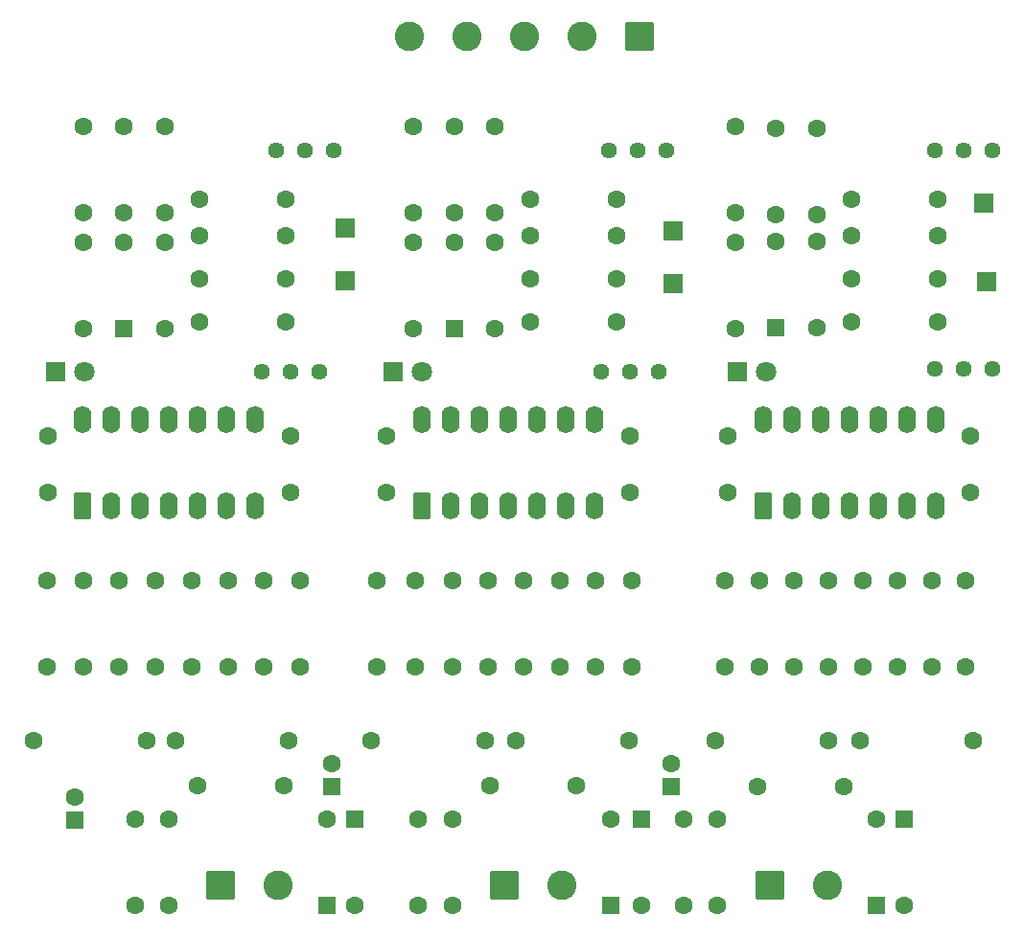
<source format=gbr>
%TF.GenerationSoftware,KiCad,Pcbnew,9.0.3*%
%TF.CreationDate,2026-01-26T07:36:03-05:00*%
%TF.ProjectId,CURRENT-SENSOR,43555252-454e-4542-9d53-454e534f522e,rev?*%
%TF.SameCoordinates,Original*%
%TF.FileFunction,Soldermask,Bot*%
%TF.FilePolarity,Negative*%
%FSLAX46Y46*%
G04 Gerber Fmt 4.6, Leading zero omitted, Abs format (unit mm)*
G04 Created by KiCad (PCBNEW 9.0.3) date 2026-01-26 07:36:03*
%MOMM*%
%LPD*%
G01*
G04 APERTURE LIST*
G04 Aperture macros list*
%AMRoundRect*
0 Rectangle with rounded corners*
0 $1 Rounding radius*
0 $2 $3 $4 $5 $6 $7 $8 $9 X,Y pos of 4 corners*
0 Add a 4 corners polygon primitive as box body*
4,1,4,$2,$3,$4,$5,$6,$7,$8,$9,$2,$3,0*
0 Add four circle primitives for the rounded corners*
1,1,$1+$1,$2,$3*
1,1,$1+$1,$4,$5*
1,1,$1+$1,$6,$7*
1,1,$1+$1,$8,$9*
0 Add four rect primitives between the rounded corners*
20,1,$1+$1,$2,$3,$4,$5,0*
20,1,$1+$1,$4,$5,$6,$7,0*
20,1,$1+$1,$6,$7,$8,$9,0*
20,1,$1+$1,$8,$9,$2,$3,0*%
G04 Aperture macros list end*
%ADD10RoundRect,0.250000X1.050000X1.050000X-1.050000X1.050000X-1.050000X-1.050000X1.050000X-1.050000X0*%
%ADD11C,2.600000*%
%ADD12C,1.600000*%
%ADD13R,1.800000X1.800000*%
%ADD14C,1.800000*%
%ADD15RoundRect,0.250000X0.550000X-0.550000X0.550000X0.550000X-0.550000X0.550000X-0.550000X-0.550000X0*%
%ADD16RoundRect,0.250000X0.550000X-0.950000X0.550000X0.950000X-0.550000X0.950000X-0.550000X-0.950000X0*%
%ADD17O,1.600000X2.400000*%
%ADD18R,1.700000X1.700000*%
%ADD19C,1.440000*%
%ADD20RoundRect,0.250000X-1.050000X-1.050000X1.050000X-1.050000X1.050000X1.050000X-1.050000X1.050000X0*%
%ADD21RoundRect,0.250000X-0.550000X0.550000X-0.550000X-0.550000X0.550000X-0.550000X0.550000X0.550000X0*%
G04 APERTURE END LIST*
D10*
%TO.C,ANALOG_OUT1*%
X149935000Y-55000000D03*
D11*
X144855000Y-55000000D03*
X139775000Y-55000000D03*
X134695000Y-55000000D03*
X129615000Y-55000000D03*
%TD*%
D12*
%TO.C,R12*%
X165550000Y-70750000D03*
X165550000Y-63130000D03*
%TD*%
D13*
%TO.C,D6*%
X98330000Y-84600000D03*
D14*
X100870000Y-84600000D03*
%TD*%
D12*
%TO.C,R19*%
X133450000Y-103090000D03*
X133450000Y-110710000D03*
%TD*%
D15*
%TO.C,C13*%
X152750000Y-121250000D03*
D12*
X152750000Y-119250000D03*
%TD*%
%TO.C,R28*%
X137150000Y-80810000D03*
X137150000Y-73190000D03*
%TD*%
%TO.C,C7*%
X149050000Y-90300000D03*
X149050000Y-95300000D03*
%TD*%
%TO.C,R1*%
X160512500Y-103090000D03*
X160512500Y-110710000D03*
%TD*%
%TO.C,R54*%
X130400000Y-124190000D03*
X130400000Y-131810000D03*
%TD*%
D15*
%TO.C,D12*%
X122300000Y-131810000D03*
D12*
X122300000Y-124190000D03*
%TD*%
%TO.C,C8*%
X139000000Y-117200000D03*
X149000000Y-117200000D03*
%TD*%
%TO.C,R20*%
X130100000Y-103090000D03*
X130100000Y-110710000D03*
%TD*%
D15*
%TO.C,D1*%
X161950000Y-80760000D03*
D12*
X161950000Y-73140000D03*
%TD*%
D16*
%TO.C,U1*%
X160840000Y-96510000D03*
D17*
X163380000Y-96510000D03*
X165920000Y-96510000D03*
X168460000Y-96510000D03*
X171000000Y-96510000D03*
X173540000Y-96510000D03*
X176080000Y-96510000D03*
X176080000Y-88890000D03*
X173540000Y-88890000D03*
X171000000Y-88890000D03*
X168460000Y-88890000D03*
X165920000Y-88890000D03*
X163380000Y-88890000D03*
X160840000Y-88890000D03*
%TD*%
D12*
%TO.C,R23*%
X146050000Y-103090000D03*
X146050000Y-110710000D03*
%TD*%
%TO.C,R31*%
X129950000Y-70610000D03*
X129950000Y-62990000D03*
%TD*%
D16*
%TO.C,U9*%
X100760000Y-96510000D03*
D17*
X103300000Y-96510000D03*
X105840000Y-96510000D03*
X108380000Y-96510000D03*
X110920000Y-96510000D03*
X113460000Y-96510000D03*
X116000000Y-96510000D03*
X116000000Y-88890000D03*
X113460000Y-88890000D03*
X110920000Y-88890000D03*
X108380000Y-88890000D03*
X105840000Y-88890000D03*
X103300000Y-88890000D03*
X100760000Y-88890000D03*
%TD*%
D18*
%TO.C,J7*%
X152900000Y-76800000D03*
%TD*%
D12*
%TO.C,R25*%
X147860000Y-76400000D03*
X140240000Y-76400000D03*
%TD*%
%TO.C,R56*%
X144310000Y-121200000D03*
X136690000Y-121200000D03*
%TD*%
%TO.C,R5*%
X169625000Y-110710000D03*
X169625000Y-103090000D03*
%TD*%
D19*
%TO.C,RV1*%
X181050000Y-84400000D03*
X178510000Y-84400000D03*
X175970000Y-84400000D03*
%TD*%
%TO.C,RV2*%
X181050000Y-65100000D03*
X178510000Y-65100000D03*
X175970000Y-65100000D03*
%TD*%
D13*
%TO.C,D4*%
X128130000Y-84650000D03*
D14*
X130670000Y-84650000D03*
%TD*%
D12*
%TO.C,R14*%
X158350000Y-70610000D03*
X158350000Y-62990000D03*
%TD*%
%TO.C,R24*%
X149200000Y-110710000D03*
X149200000Y-103090000D03*
%TD*%
%TO.C,C11*%
X119100000Y-90300000D03*
X119100000Y-95300000D03*
%TD*%
%TO.C,R37*%
X100785714Y-103090000D03*
X100785714Y-110710000D03*
%TD*%
%TO.C,C10*%
X106400000Y-117200000D03*
X96400000Y-117200000D03*
%TD*%
%TO.C,R50*%
X118710000Y-69350000D03*
X111090000Y-69350000D03*
%TD*%
%TO.C,R6*%
X175700000Y-103090000D03*
X175700000Y-110710000D03*
%TD*%
%TO.C,R39*%
X110364286Y-110710000D03*
X110364286Y-103090000D03*
%TD*%
D19*
%TO.C,RV5*%
X121640000Y-84645000D03*
X119100000Y-84645000D03*
X116560000Y-84645000D03*
%TD*%
D20*
%TO.C,CT_3*%
X112920000Y-130000000D03*
D11*
X118000000Y-130000000D03*
%TD*%
D12*
%TO.C,R18*%
X136550000Y-110710000D03*
X136550000Y-103090000D03*
%TD*%
%TO.C,R9*%
X176260000Y-80210000D03*
X168640000Y-80210000D03*
%TD*%
%TO.C,R10*%
X176260000Y-72590000D03*
X168640000Y-72590000D03*
%TD*%
D18*
%TO.C,J10*%
X123950000Y-71950000D03*
%TD*%
D12*
%TO.C,C9*%
X97700000Y-90300000D03*
X97700000Y-95300000D03*
%TD*%
%TO.C,R16*%
X176260000Y-69350000D03*
X168640000Y-69350000D03*
%TD*%
%TO.C,R38*%
X97592857Y-103090000D03*
X97592857Y-110710000D03*
%TD*%
%TO.C,R58*%
X108350000Y-131810000D03*
X108350000Y-124190000D03*
%TD*%
D18*
%TO.C,J6*%
X180350000Y-69750000D03*
%TD*%
D12*
%TO.C,R3*%
X172662500Y-103090000D03*
X172662500Y-110710000D03*
%TD*%
%TO.C,R40*%
X116750000Y-103090000D03*
X116750000Y-110710000D03*
%TD*%
D15*
%TO.C,D5*%
X104400000Y-80810000D03*
D12*
X104400000Y-73190000D03*
%TD*%
%TO.C,R49*%
X100800000Y-73190000D03*
X100800000Y-80810000D03*
%TD*%
D20*
%TO.C,CT_1*%
X161420000Y-130050000D03*
D11*
X166500000Y-130050000D03*
%TD*%
D12*
%TO.C,R4*%
X166587500Y-110710000D03*
X166587500Y-103090000D03*
%TD*%
D16*
%TO.C,U7*%
X130680000Y-96510000D03*
D17*
X133220000Y-96510000D03*
X135760000Y-96510000D03*
X138300000Y-96510000D03*
X140840000Y-96510000D03*
X143380000Y-96510000D03*
X145920000Y-96510000D03*
X145920000Y-88890000D03*
X143380000Y-88890000D03*
X140840000Y-88890000D03*
X138300000Y-88890000D03*
X135760000Y-88890000D03*
X133220000Y-88890000D03*
X130680000Y-88890000D03*
%TD*%
D15*
%TO.C,D7*%
X170800000Y-131810000D03*
D12*
X170800000Y-124190000D03*
%TD*%
%TO.C,R57*%
X105350000Y-124190000D03*
X105350000Y-131810000D03*
%TD*%
D19*
%TO.C,RV3*%
X151590000Y-84645000D03*
X149050000Y-84645000D03*
X146510000Y-84645000D03*
%TD*%
D12*
%TO.C,R43*%
X118710000Y-80210000D03*
X111090000Y-80210000D03*
%TD*%
%TO.C,C1*%
X166600000Y-117200000D03*
X156600000Y-117200000D03*
%TD*%
D18*
%TO.C,J8*%
X152900000Y-72200000D03*
%TD*%
D12*
%TO.C,R59*%
X118510000Y-121200000D03*
X110890000Y-121200000D03*
%TD*%
%TO.C,C3*%
X169400000Y-117200000D03*
X179400000Y-117200000D03*
%TD*%
%TO.C,R52*%
X156800000Y-131810000D03*
X156800000Y-124190000D03*
%TD*%
D21*
%TO.C,D8*%
X173300000Y-124190000D03*
D12*
X173300000Y-131810000D03*
%TD*%
D19*
%TO.C,RV6*%
X122940000Y-65100000D03*
X120400000Y-65100000D03*
X117860000Y-65100000D03*
%TD*%
D12*
%TO.C,R27*%
X147860000Y-72590000D03*
X140240000Y-72590000D03*
%TD*%
D13*
%TO.C,D2*%
X158530000Y-84650000D03*
D14*
X161070000Y-84650000D03*
%TD*%
D12*
%TO.C,C6*%
X136250000Y-117200000D03*
X126250000Y-117200000D03*
%TD*%
%TO.C,R53*%
X167910000Y-121300000D03*
X160290000Y-121300000D03*
%TD*%
%TO.C,R2*%
X157475000Y-103090000D03*
X157475000Y-110710000D03*
%TD*%
%TO.C,R44*%
X118710000Y-72590000D03*
X111090000Y-72590000D03*
%TD*%
%TO.C,C5*%
X127550000Y-90300000D03*
X127550000Y-95300000D03*
%TD*%
%TO.C,R30*%
X133550000Y-62990000D03*
X133550000Y-70610000D03*
%TD*%
D18*
%TO.C,J9*%
X123950000Y-76550000D03*
%TD*%
D12*
%TO.C,R11*%
X165550000Y-80710000D03*
X165550000Y-73090000D03*
%TD*%
D21*
%TO.C,D10*%
X150100000Y-124190000D03*
D12*
X150100000Y-131810000D03*
%TD*%
%TO.C,R45*%
X108000000Y-80810000D03*
X108000000Y-73190000D03*
%TD*%
%TO.C,C12*%
X108950000Y-117200000D03*
X118950000Y-117200000D03*
%TD*%
D19*
%TO.C,RV4*%
X152300000Y-65100000D03*
X149760000Y-65100000D03*
X147220000Y-65100000D03*
%TD*%
D12*
%TO.C,R46*%
X108000000Y-70610000D03*
X108000000Y-62990000D03*
%TD*%
%TO.C,R13*%
X158350000Y-73190000D03*
X158350000Y-80810000D03*
%TD*%
%TO.C,R17*%
X142900000Y-103090000D03*
X142900000Y-110710000D03*
%TD*%
D15*
%TO.C,D9*%
X147350000Y-131810000D03*
D12*
X147350000Y-124190000D03*
%TD*%
%TO.C,R0*%
X163550000Y-103090000D03*
X163550000Y-110710000D03*
%TD*%
%TO.C,R48*%
X100800000Y-70610000D03*
X100800000Y-62990000D03*
%TD*%
D21*
%TO.C,D11*%
X124800000Y-124190000D03*
D12*
X124800000Y-131810000D03*
%TD*%
%TO.C,R34*%
X113557143Y-103090000D03*
X113557143Y-110710000D03*
%TD*%
D15*
%TO.C,D3*%
X133550000Y-80810000D03*
D12*
X133550000Y-73190000D03*
%TD*%
%TO.C,R33*%
X147860000Y-69350000D03*
X140240000Y-69350000D03*
%TD*%
D18*
%TO.C,J1*%
X180600000Y-76700000D03*
%TD*%
D12*
%TO.C,C4*%
X179150000Y-90300000D03*
X179150000Y-95300000D03*
%TD*%
%TO.C,R36*%
X103978571Y-103090000D03*
X103978571Y-110710000D03*
%TD*%
%TO.C,R8*%
X176260000Y-76400000D03*
X168640000Y-76400000D03*
%TD*%
%TO.C,R35*%
X107171428Y-110710000D03*
X107171428Y-103090000D03*
%TD*%
%TO.C,R15*%
X161950000Y-63140000D03*
X161950000Y-70760000D03*
%TD*%
%TO.C,C2*%
X157700000Y-90300000D03*
X157700000Y-95300000D03*
%TD*%
%TO.C,R47*%
X104400000Y-62990000D03*
X104400000Y-70610000D03*
%TD*%
D15*
%TO.C,C14*%
X122750000Y-121250000D03*
D12*
X122750000Y-119250000D03*
%TD*%
%TO.C,R22*%
X139700000Y-110710000D03*
X139700000Y-103090000D03*
%TD*%
%TO.C,R21*%
X126750000Y-103090000D03*
X126750000Y-110710000D03*
%TD*%
D20*
%TO.C,CT_2*%
X137970000Y-130050000D03*
D11*
X143050000Y-130050000D03*
%TD*%
D12*
%TO.C,R42*%
X118710000Y-76400000D03*
X111090000Y-76400000D03*
%TD*%
%TO.C,R7*%
X178737500Y-110710000D03*
X178737500Y-103090000D03*
%TD*%
%TO.C,R29*%
X137150000Y-70610000D03*
X137150000Y-62990000D03*
%TD*%
D15*
%TO.C,C15*%
X100050000Y-124250000D03*
D12*
X100050000Y-122250000D03*
%TD*%
%TO.C,R26*%
X147860000Y-80210000D03*
X140240000Y-80210000D03*
%TD*%
%TO.C,R41*%
X119942857Y-110710000D03*
X119942857Y-103090000D03*
%TD*%
%TO.C,R51*%
X153800000Y-124190000D03*
X153800000Y-131810000D03*
%TD*%
%TO.C,R32*%
X129950000Y-73190000D03*
X129950000Y-80810000D03*
%TD*%
%TO.C,R55*%
X133400000Y-131810000D03*
X133400000Y-124190000D03*
%TD*%
M02*

</source>
